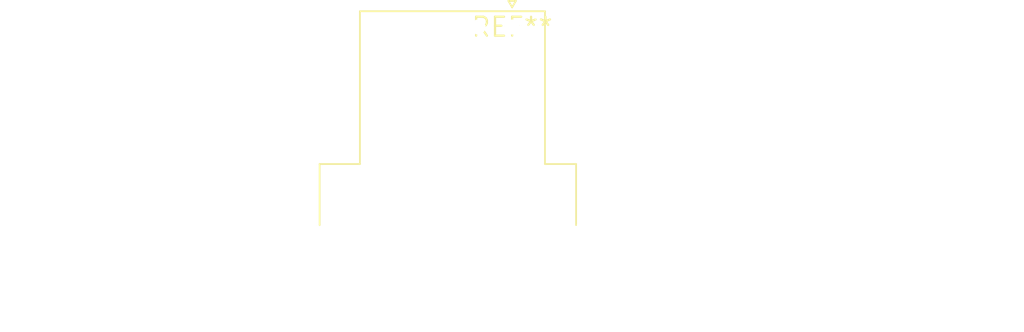
<source format=kicad_pcb>
(kicad_pcb (version 20240108) (generator pcbnew)
  (layers (0 "F.Cu" signal) (31 "B.Cu" signal) (34 "B.Paste" user) (35 "F.Paste" user) (36 "B.SilkS" user "B.Silkscreen") (37 "F.SilkS" user "F.Silkscreen") (38 "B.Mask" user) (39 "F.Mask" user) (44 "Edge.Cuts" user))
  (net 0 "")
  (footprint "DSUB-15-HD_Female_Horizontal_P2.29x1.98mm_EdgePinOffset9.40mm" (layer "F.Cu") (at 0 0)
    (property "Reference" "REF**")
    (property "Value" "DSUB-15-HD_Female_Horizontal_P2.29x1.98mm_EdgePinOffset9.40mm")
    (fp_line (start -12.925 9.2) (end -10.22 9.2) (layer "F.SilkS") (stroke (width 0.12)))
    (fp_line (start -12.925 13.3) (end -12.925 9.2) (layer "F.SilkS") (stroke (width 0.12)))
    (fp_line (start -10.22 -1.06) (end 2.205 -1.06) (layer "F.SilkS") (stroke (width 0.12)))
    (fp_line (start -10.22 9.2) (end -10.22 -1.06) (layer "F.SilkS") (stroke (width 0.12)))
    (fp_line (start -0.25 -1.754338) (end 0.25 -1.754338) (layer "F.SilkS") (stroke (width 0.12)))
    (fp_line (start 0 -1.321325) (end -0.25 -1.754338) (layer "F.SilkS") (stroke (width 0.12)))
    (fp_line (start 0.25 -1.754338) (end 0 -1.321325) (layer "F.SilkS") (stroke (width 0.12)))
    (fp_line (start 2.205 -1.06) (end 2.205 9.2) (layer "F.SilkS") (stroke (width 0.12)))
    (fp_line (start 2.205 9.2) (end 4.295 9.2) (layer "F.SilkS") (stroke (width 0.12)))
    (fp_line (start 4.295 9.2) (end 4.295 13.3) (layer "F.SilkS") (stroke (width 0.12)))
    (pad "1" thru_hole rect (at 0 0) (size 1.6 1.6) (drill 1) (layers *.Cu *.Mask) (remove_unused_layers))
    (pad "2" thru_hole circle (at -2.29 0) (size 1.6 1.6) (drill 1) (layers *.Cu *.Mask) (remove_unused_layers))
    (pad "3" thru_hole circle (at -4.58 0) (size 1.6 1.6) (drill 1) (layers *.Cu *.Mask) (remove_unused_layers))
    (pad "4" thru_hole circle (at -6.87 0) (size 1.6 1.6) (drill 1) (layers *.Cu *.Mask) (remove_unused_layers))
    (pad "5" thru_hole circle (at -9.16 0) (size 1.6 1.6) (drill 1) (layers *.Cu *.Mask) (remove_unused_layers))
    (pad "6" thru_hole circle (at 1.145 1.98) (size 1.6 1.6) (drill 1) (layers *.Cu *.Mask) (remove_unused_layers))
    (pad "7" thru_hole circle (at -1.145 1.98) (size 1.6 1.6) (drill 1) (layers *.Cu *.Mask) (remove_unused_layers))
    (pad "8" thru_hole circle (at -3.435 1.98) (size 1.6 1.6) (drill 1) (layers *.Cu *.Mask) (remove_unused_layers))
    (pad "9" thru_hole circle (at -5.725 1.98) (size 1.6 1.6) (drill 1) (layers *.Cu *.Mask) (remove_unused_layers))
    (pad "10" thru_hole circle (at -8.015 1.98) (size 1.6 1.6) (drill 1) (layers *.Cu *.Mask) (remove_unused_layers))
    (pad "11" thru_hole circle (at 0 3.96) (size 1.6 1.6) (drill 1) (layers *.Cu *.Mask) (remove_unused_layers))
    (pad "12" thru_hole circle (at -2.29 3.96) (size 1.6 1.6) (drill 1) (layers *.Cu *.Mask) (remove_unused_layers))
    (pad "13" thru_hole circle (at -4.58 3.96) (size 1.6 1.6) (drill 1) (layers *.Cu *.Mask) (remove_unused_layers))
    (pad "14" thru_hole circle (at -6.87 3.96) (size 1.6 1.6) (drill 1) (layers *.Cu *.Mask) (remove_unused_layers))
    (pad "15" thru_hole circle (at -9.16 3.96) (size 1.6 1.6) (drill 1) (layers *.Cu *.Mask) (remove_unused_layers))
  )
)
</source>
